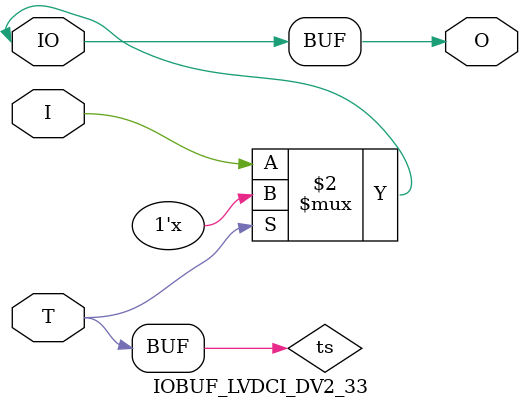
<source format=v>

/*

FUNCTION    : INPUT TRI-STATE OUTPUT BUFFER

*/

`celldefine
`timescale  100 ps / 10 ps

module IOBUF_LVDCI_DV2_33 (O, IO, I, T);

    output O;

    inout  IO;

    input  I, T;

    or O1 (ts, 1'b0, T);
    bufif0 T1 (IO, I, ts);

    buf B1 (O, IO);

endmodule

</source>
